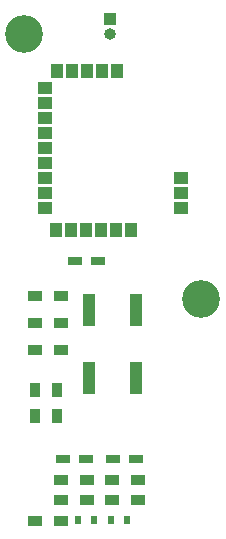
<source format=gbr>
G04 #@! TF.GenerationSoftware,KiCad,Pcbnew,(5.1.4)-1*
G04 #@! TF.CreationDate,2019-09-13T20:49:43-04:00*
G04 #@! TF.ProjectId,i2c-moist-sensor,6932632d-6d6f-4697-9374-2d73656e736f,rev?*
G04 #@! TF.SameCoordinates,Original*
G04 #@! TF.FileFunction,Soldermask,Top*
G04 #@! TF.FilePolarity,Negative*
%FSLAX46Y46*%
G04 Gerber Fmt 4.6, Leading zero omitted, Abs format (unit mm)*
G04 Created by KiCad (PCBNEW (5.1.4)-1) date 2019-09-13 20:49:43*
%MOMM*%
%LPD*%
G04 APERTURE LIST*
%ADD10C,3.200000*%
%ADD11R,1.000000X1.200000*%
%ADD12R,1.200000X1.000000*%
%ADD13R,1.200000X0.900000*%
%ADD14R,1.200000X0.750000*%
%ADD15R,1.000000X1.000000*%
%ADD16O,1.000000X1.000000*%
%ADD17R,0.900000X1.200000*%
%ADD18R,0.600000X0.700000*%
%ADD19R,1.000000X2.750000*%
G04 APERTURE END LIST*
D10*
X50500000Y-27500000D03*
X65500000Y-50000000D03*
D11*
X58346000Y-30654000D03*
X57076000Y-30654000D03*
X55806000Y-30654000D03*
X54536000Y-30654000D03*
X53266000Y-30654000D03*
D12*
X52266000Y-32124000D03*
X52266000Y-33394000D03*
X52266000Y-34664000D03*
X52266000Y-35934000D03*
X52266000Y-37204000D03*
X52266000Y-38474000D03*
X52266000Y-39744000D03*
X52266000Y-41014000D03*
X52266000Y-42284000D03*
D11*
X53216000Y-44154000D03*
X54486000Y-44154000D03*
X55756000Y-44154000D03*
X57026000Y-44154000D03*
X58296000Y-44154000D03*
X59566000Y-44154000D03*
D12*
X63766000Y-42284000D03*
X63766000Y-41014000D03*
X63766000Y-39744000D03*
D13*
X53600000Y-54250000D03*
X51400000Y-54250000D03*
X53600000Y-52000000D03*
X51400000Y-52000000D03*
X60100000Y-67000000D03*
X57900000Y-67000000D03*
X57900000Y-65250000D03*
X60100000Y-65250000D03*
X51400000Y-68750000D03*
X53600000Y-68750000D03*
X53650000Y-67000000D03*
X55850000Y-67000000D03*
X51400000Y-49750000D03*
X53600000Y-49750000D03*
D14*
X58050000Y-63500000D03*
X59950000Y-63500000D03*
X56700000Y-46750000D03*
X54800000Y-46750000D03*
X55700000Y-63500000D03*
X53800000Y-63500000D03*
D13*
X55850000Y-65250000D03*
X53650000Y-65250000D03*
D15*
X57750000Y-26250000D03*
D16*
X57750000Y-27520000D03*
D17*
X53250000Y-57636000D03*
X53250000Y-59836000D03*
X51392000Y-57636000D03*
X51392000Y-59836000D03*
D18*
X59204000Y-68642000D03*
X57804000Y-68642000D03*
X56410000Y-68642000D03*
X55010000Y-68642000D03*
D19*
X60000000Y-50870000D03*
X60000000Y-56630000D03*
X56000000Y-56630000D03*
X56000000Y-50870000D03*
M02*

</source>
